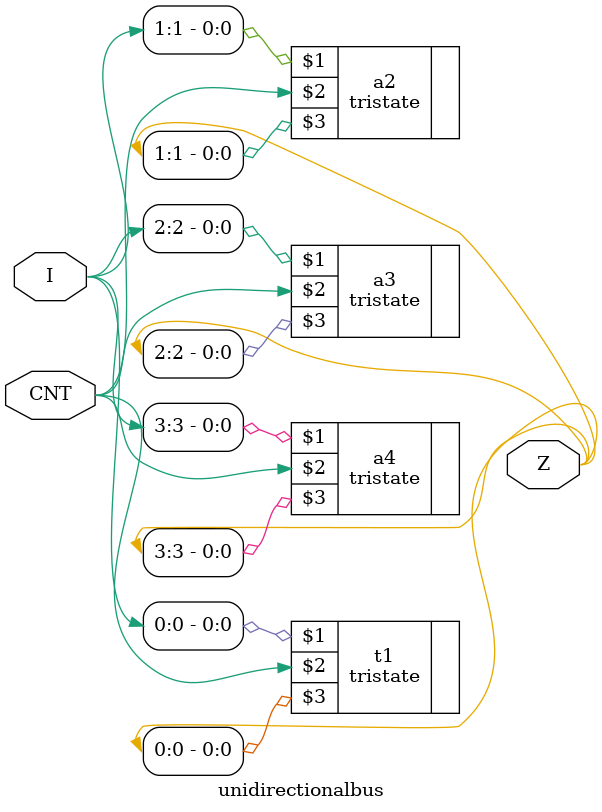
<source format=v>
module unidirectionalbus(I, CNT, Z);
	/*4 bit unidirectional bus*/
	input [3:0] I;
	input CNT;
	output [3:0] Z;
	tristate t1(I[0], CNT, Z[0]), a2(I[1], CNT, Z[1]), a3(I[2], CNT, Z[2]), a4(I[3], CNT, Z[3]);
endmodule

</source>
